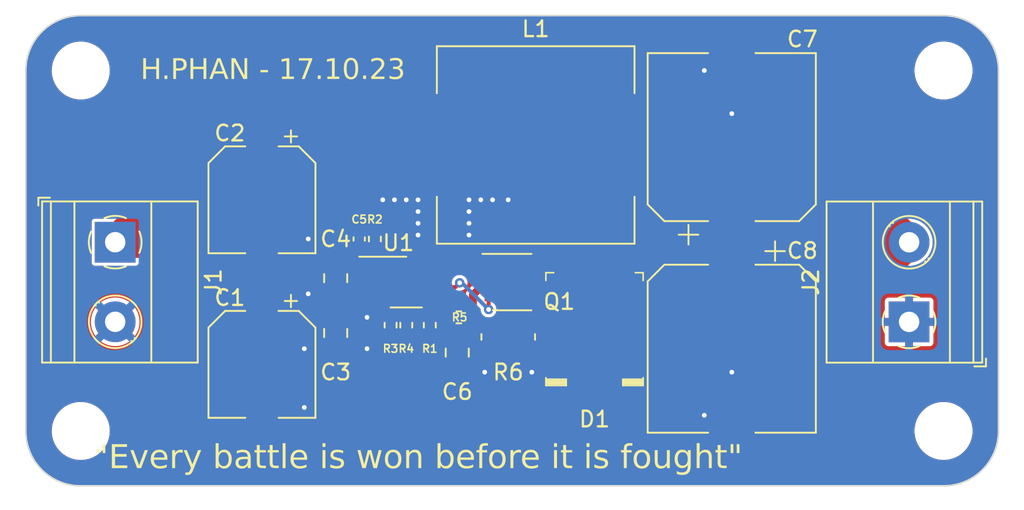
<source format=kicad_pcb>
(kicad_pcb (version 20221018) (generator pcbnew)
  (layers (0 "F.Cu" signal) (31 "B.Cu" signal) (34 "B.Paste" user) (35 "F.Paste" user) (36 "B.SilkS" user "B.Silkscreen") (37 "F.SilkS" user "F.Silkscreen") (38 "B.Mask" user) (39 "F.Mask" user) (44 "Edge.Cuts" user))
  (net 0 "")
  (net 1 "Net-(U1-COMP)")
  (net 2 "GND")
  (net 3 "Net-(C5-Pad2)")
  (net 4 "+15V")
  (net 5 "Net-(U1-I_{SEN})")
  (net 6 "Net-(Q1-D)")
  (net 7 "Net-(Q1-S-Pad1)")
  (net 8 "Net-(Q1-G)")
  (net 9 "Net-(U1-FA{slash}SD)")
  (net 10 "Net-(U1-FB)")
  (net 11 "Net-(J2-Pin_2)")
  (footprint "Resistor_SMD:R_0402_1005Metric" (layer "F.Cu") (at 144.75 152.75 -90)
    (fp_text reference "R1" (at 1.5 0 180) (layer "F.SilkS") (effects (font (size 0.5 0.5) (thickness 0.1) bold)))
    (fp_text value "26k7")
    (fp_line (start -0.153641 -0.38) (end 0.153641 -0.38) (stroke (width 0.12)) (layer "F.SilkS"))
    (fp_line (start -0.153641 0.38) (end 0.153641 0.38) (stroke (width 0.12)) (layer "F.SilkS"))
    (pad "1" smd roundrect (at -0.51 0 270) (size 0.54 0.64) (layers "F.Cu" "F.Paste" "F.Mask") (net 9 "Net-(U1-FA{slash}SD)"))
    (pad "2" smd roundrect (at 0.51 0 270) (size 0.54 0.64) (layers "F.Cu" "F.Paste" "F.Mask") (net 2 "GND"))
  )
  (footprint "Package_SO:VSSOP-8_3.0x3.0mm_P0.65mm" (layer "F.Cu") (at 143.25 150)
    (fp_text reference "U1" (at -0.5 -2.5) (layer "F.SilkS"))
    (fp_text value "LM3478MM")
    (fp_line (start 0 -1.62) (end -3 -1.62) (stroke (width 0.12)) (layer "F.SilkS"))
    (fp_line (start 1 1.62) (end -1 1.62) (stroke (width 0.12)) (layer "F.SilkS"))
    (pad "1" smd rect (at -2.2 -0.975 270) (size 0.45 1.45) (layers "F.Cu" "F.Paste" "F.Mask") (net 5 "Net-(U1-I_{SEN})"))
    (pad "2" smd rect (at -2.2 -0.325 270) (size 0.45 1.45) (layers "F.Cu" "F.Paste" "F.Mask") (net 1 "Net-(U1-COMP)"))
    (pad "3" smd rect (at -2.2 0.325 270) (size 0.45 1.45) (layers "F.Cu" "F.Paste" "F.Mask") (net 10 "Net-(U1-FB)"))
    (pad "4" smd rect (at -2.2 0.975 270) (size 0.45 1.45) (layers "F.Cu" "F.Paste" "F.Mask") (net 2 "GND"))
    (pad "5" smd rect (at 2.2 0.975 270) (size 0.45 1.45) (layers "F.Cu" "F.Paste" "F.Mask") (net 2 "GND"))
    (pad "6" smd rect (at 2.2 0.325 270) (size 0.45 1.45) (layers "F.Cu" "F.Paste" "F.Mask") (net 8 "Net-(Q1-G)"))
    (pad "7" smd rect (at 2.2 -0.325 270) (size 0.45 1.45) (layers "F.Cu" "F.Paste" "F.Mask") (net 9 "Net-(U1-FA{slash}SD)"))
    (pad "8" smd rect (at 2.2 -0.975 270) (size 0.45 1.45) (layers "F.Cu" "F.Paste" "F.Mask") (net 4 "+15V"))
  )
  (footprint "Capacitor_SMD:C_0805_2012Metric" (layer "F.Cu") (at 138.75 149.75 -90)
    (fp_text reference "C4" (at -2.5 0 -180) (layer "F.SilkS"))
    (fp_text value "470pF")
    (fp_line (start -0.261252 -0.735) (end 0.261252 -0.735) (stroke (width 0.12)) (layer "F.SilkS"))
    (fp_line (start -0.261252 0.735) (end 0.261252 0.735) (stroke (width 0.12)) (layer "F.SilkS"))
    (pad "1" smd roundrect (at -0.95 0 270) (size 1 1.45) (layers "F.Cu" "F.Paste" "F.Mask") (net 1 "Net-(U1-COMP)"))
    (pad "2" smd roundrect (at 0.95 0 270) (size 1 1.45) (layers "F.Cu" "F.Paste" "F.Mask") (net 2 "GND"))
  )
  (footprint "TerminalBlock_Phoenix:TerminalBlock_Phoenix_MKDS-1,5-2-5.08_1x02_P5.08mm_Horizontal" (layer "F.Cu") (at 124.695 147.455 -90)
    (fp_text reference "J1" (at 2.54 -6.26 -90) (layer "F.SilkS"))
    (fp_text value "IN")
    (fp_line (start -2.84 4.16) (end -2.84 4.9) (stroke (width 0.12)) (layer "F.SilkS"))
    (fp_line (start -2.84 4.9) (end -2.34 4.9) (stroke (width 0.12)) (layer "F.SilkS"))
    (fp_line (start -2.6 -5.261) (end -2.6 4.66) (stroke (width 0.12)) (layer "F.SilkS"))
    (fp_line (start -2.6 -5.261) (end 7.68 -5.261) (stroke (width 0.12)) (layer "F.SilkS"))
    (fp_line (start -2.6 -2.301) (end 7.68 -2.301) (stroke (width 0.12)) (layer "F.SilkS"))
    (fp_line (start -2.6 2.6) (end 7.68 2.6) (stroke (width 0.12)) (layer "F.SilkS"))
    (fp_line (start -2.6 4.1) (end 7.68 4.1) (stroke (width 0.12)) (layer "F.SilkS"))
    (fp_line (start -2.6 4.66) (end 7.68 4.66) (stroke (width 0.12)) (layer "F.SilkS"))
    (fp_line (start 3.853 1.023) (end 3.806 1.069) (stroke (width 0.12)) (layer "F.SilkS"))
    (fp_line (start 4.046 1.239) (end 4.011 1.274) (stroke (width 0.12)) (layer "F.SilkS"))
    (fp_line (start 6.15 -1.275) (end 6.115 -1.239) (stroke (width 0.12)) (layer "F.SilkS"))
    (fp_line (start 6.355 -1.069) (end 6.308 -1.023) (stroke (width 0.12)) (layer "F.SilkS"))
    (fp_line (start 7.68 -5.261) (end 7.68 4.66) (stroke (width 0.12)) (layer "F.SilkS"))
    (fp_arc (start -1.535427 0.683042) (mid -1.680501 -0.000524) (end -1.535 -0.684) (stroke (width 0.12)) (layer "F.SilkS"))
    (fp_arc (start -0.683042 -1.535427) (mid 0.000524 -1.680501) (end 0.684 -1.535) (stroke (width 0.12)) (layer "F.SilkS"))
    (fp_arc (start 0.028805 1.680253) (mid -0.335551 1.646659) (end -0.684 1.535) (stroke (width 0.12)) (layer "F.SilkS"))
    (fp_arc (start 0.683318 1.534756) (mid 0.349292 1.643288) (end 0 1.68) (stroke (width 0.12)) (layer "F.SilkS"))
    (fp_arc (start 1.535427 -0.683042) (mid 1.680501 0.000524) (end 1.535 0.684) (stroke (width 0.12)) (layer "F.SilkS"))
    (fp_circle (center 5.08 0) (end 6.76 0) (stroke (width 0.12)) (fill none) (layer "F.SilkS"))
    (pad "1" thru_hole rect (at 0 0 270) (size 2.6 2.6) (drill 1.3) (layers "*.Cu" "*.Mask") (net 4 "+15V"))
    (pad "2" thru_hole circle (at 5.08 0 270) (size 2.6 2.6) (drill 1.3) (layers "*.Cu" "*.Mask") (net 2 "GND"))
  )
  (footprint "MountingHole:MountingHole_3.2mm_M3" (layer "F.Cu") (at 122.5 136.5)
    (fp_text reference "H1" hide)
    (fp_text value "MountingHole")
    (pad "" np_thru_hole circle (at 0 0) (size 3.2 3.2) (drill 3.2) (layers "*.Cu" "*.Mask"))
  )
  (footprint "Inductor_SMD:L_12x12mm_H8mm" (layer "F.Cu") (at 151.5 141.25)
    (fp_text reference "L1" (at 0 -7.4) (layer "F.SilkS"))
    (fp_text value "10uH")
    (fp_line (start -6.3 -6.3) (end 6.3 -6.3) (stroke (width 0.12)) (layer "F.SilkS"))
    (fp_line (start -6.3 -3.3) (end -6.3 -6.3) (stroke (width 0.12)) (layer "F.SilkS"))
    (fp_line (start -6.3 6.3) (end -6.3 3.3) (stroke (width 0.12)) (layer "F.SilkS"))
    (fp_line (start 6.3 -6.3) (end 6.3 -3.3) (stroke (width 0.12)) (layer "F.SilkS"))
    (fp_line (start 6.3 3.3) (end 6.3 6.3) (stroke (width 0.12)) (layer "F.SilkS"))
    (fp_line (start 6.3 6.3) (end -6.3 6.3) (stroke (width 0.12)) (layer "F.SilkS"))
    (pad "1" smd rect (at -4.95 0) (size 2.9 5.4) (layers "F.Cu" "F.Paste" "F.Mask") (net 4 "+15V"))
    (pad "2" smd rect (at 4.95 0) (size 2.9 5.4) (layers "F.Cu" "F.Paste" "F.Mask") (net 6 "Net-(Q1-D)"))
  )
  (footprint "Resistor_SMD:R_0402_1005Metric" (layer "F.Cu") (at 141.25 147.25 90)
    (fp_text reference "R2" (at 1.25 0) (layer "F.SilkS") (effects (font (size 0.5 0.5) (thickness 0.1) bold)))
    (fp_text value "8k87")
    (fp_line (start -0.153641 -0.38) (end 0.153641 -0.38) (stroke (width 0.12)) (layer "F.SilkS"))
    (fp_line (start -0.153641 0.38) (end 0.153641 0.38) (stroke (width 0.12)) (layer "F.SilkS"))
    (pad "1" smd roundrect (at -0.51 0 90) (size 0.54 0.64) (layers "F.Cu" "F.Paste" "F.Mask") (net 3 "Net-(C5-Pad2)"))
    (pad "2" smd roundrect (at 0.51 0 90) (size 0.54 0.64) (layers "F.Cu" "F.Paste" "F.Mask") (net 2 "GND"))
  )
  (footprint "Capacitor_SMD:CP_Elec_6.3x7.7" (layer "F.Cu") (at 134.05 155.25 -90)
    (fp_text reference "C1" (at -4.25 2.05 -180) (layer "F.SilkS"))
    (fp_text value "68uF")
    (fp_line (start -4.4375 -1.8475) (end -3.65 -1.8475) (stroke (width 0.12)) (layer "F.SilkS"))
    (fp_line (start -4.04375 -2.24125) (end -4.04375 -1.45375) (stroke (width 0.12)) (layer "F.SilkS"))
    (fp_line (start -3.41 -2.345563) (end -3.41 -1.06) (stroke (width 0.12)) (layer "F.SilkS"))
    (fp_line (start -3.41 -2.345563) (end -2.345563 -3.41) (stroke (width 0.12)) (layer "F.SilkS"))
    (fp_line (start -3.41 2.345563) (end -3.41 1.06) (stroke (width 0.12)) (layer "F.SilkS"))
    (fp_line (start -3.41 2.345563) (end -2.345563 3.41) (stroke (width 0.12)) (layer "F.SilkS"))
    (fp_line (start -2.345563 -3.41) (end 3.41 -3.41) (stroke (width 0.12)) (layer "F.SilkS"))
    (fp_line (start -2.345563 3.41) (end 3.41 3.41) (stroke (width 0.12)) (layer "F.SilkS"))
    (fp_line (start 3.41 -3.41) (end 3.41 -1.06) (stroke (width 0.12)) (layer "F.SilkS"))
    (fp_line (start 3.41 3.41) (end 3.41 1.06) (stroke (width 0.12)) (layer "F.SilkS"))
    (pad "1" smd roundrect (at -2.7 0 270) (size 3.5 1.6) (layers "F.Cu" "F.Paste" "F.Mask") (roundrect_rratio 0.15625) (net 4 "+15V"))
    (pad "2" smd roundrect (at 2.7 0 270) (size 3.5 1.6) (layers "F.Cu" "F.Paste" "F.Mask") (roundrect_rratio 0.15625) (net 2 "GND"))
  )
  (footprint "MountingHole:MountingHole_3.2mm_M3" (layer "F.Cu") (at 177.5 159.5)
    (fp_text reference "H4" hide)
    (fp_text value "MountingHole")
    (pad "" np_thru_hole circle (at 0 0) (size 3.2 3.2) (drill 3.2) (layers "*.Cu" "*.Mask"))
  )
  (footprint "TerminalBlock_Phoenix:TerminalBlock_Phoenix_MKDS-1,5-2-5.08_1x02_P5.08mm_Horizontal" (layer "F.Cu") (at 175.305 152.54 90)
    (fp_text reference "J2" (at 2.54 -6.26 90) (layer "F.SilkS"))
    (fp_text value "OUT")
    (fp_line (start -2.84 4.16) (end -2.84 4.9) (stroke (width 0.12)) (layer "F.SilkS"))
    (fp_line (start -2.84 4.9) (end -2.34 4.9) (stroke (width 0.12)) (layer "F.SilkS"))
    (fp_line (start -2.6 -5.261) (end -2.6 4.66) (stroke (width 0.12)) (layer "F.SilkS"))
    (fp_line (start -2.6 -5.261) (end 7.68 -5.261) (stroke (width 0.12)) (layer "F.SilkS"))
    (fp_line (start -2.6 -2.301) (end 7.68 -2.301) (stroke (width 0.12)) (layer "F.SilkS"))
    (fp_line (start -2.6 2.6) (end 7.68 2.6) (stroke (width 0.12)) (layer "F.SilkS"))
    (fp_line (start -2.6 4.1) (end 7.68 4.1) (stroke (width 0.12)) (layer "F.SilkS"))
    (fp_line (start -2.6 4.66) (end 7.68 4.66) (stroke (width 0.12)) (layer "F.SilkS"))
    (fp_line (start 3.853 1.023) (end 3.806 1.069) (stroke (width 0.12)) (layer "F.SilkS"))
    (fp_line (start 4.046 1.239) (end 4.011 1.274) (stroke (width 0.12)) (layer "F.SilkS"))
    (fp_line (start 6.15 -1.275) (end 6.115 -1.239) (stroke (width 0.12)) (layer "F.SilkS"))
    (fp_line (start 6.355 -1.069) (end 6.308 -1.023) (stroke (width 0.12)) (layer "F.SilkS"))
    (fp_line (start 7.68 -5.261) (end 7.68 4.66) (stroke (width 0.12)) (layer "F.SilkS"))
    (fp_arc (start -1.535427 0.683042) (mid -1.680501 -0.000524) (end -1.535 -0.684) (stroke (width 0.12)) (layer "F.SilkS"))
    (fp_arc (start -0.683042 -1.535427) (mid 0.000524 -1.680501) (end 0.684 -1.535) (stroke (width 0.12)) (layer "F.SilkS"))
    (fp_arc (start 0.028805 1.680253) (mid -0.335551 1.646659) (end -0.684 1.535) (stroke (width 0.12)) (layer "F.SilkS"))
    (fp_arc (start 0.683318 1.534756) (mid 0.349292 1.643288) (end 0 1.68) (stroke (width 0.12)) (layer "F.SilkS"))
    (fp_arc (start 1.535427 -0.683042) (mid 1.680501 0.000524) (end 1.535 0.684) (stroke (width 0.12)) (layer "F.SilkS"))
    (fp_circle (center 5.08 0) (end 6.76 0) (stroke (width 0.12)) (fill none) (layer "F.SilkS"))
    (pad "1" thru_hole rect (at 0 0 90) (size 2.6 2.6) (drill 1.3) (layers "*.Cu" "*.Mask") (net 2 "GND"))
    (pad "2" thru_hole circle (at 5.08 0 90) (size 2.6 2.6) (drill 1.3) (layers "*.Cu" "*.Mask") (net 11 "Net-(J2-Pin_2)"))
  )
  (footprint "Resistor_SMD:R_0402_1005Metric" (layer "F.Cu") (at 142.25 152.75 -90)
    (fp_text reference "R3" (at 1.5 0 -180) (layer "F.SilkS") (effects (font (size 0.5 0.5) (thickness 0.1) bold)))
    (fp_text value "1000R")
    (fp_line (start -0.153641 -0.38) (end 0.153641 -0.38) (stroke (width 0.12)) (layer "F.SilkS"))
    (fp_line (start -0.153641 0.38) (end 0.153641 0.38) (stroke (width 0.12)) (layer "F.SilkS"))
    (pad "1" smd roundrect (at -0.51 0 270) (size 0.54 0.64) (layers "F.Cu" "F.Paste" "F.Mask") (net 10 "Net-(U1-FB)"))
    (pad "2" smd roundrect (at 0.51 0 270) (size 0.54 0.64) (layers "F.Cu" "F.Paste" "F.Mask") (net 2 "GND"))
  )
  (footprint "Package_SON:VSON-8_3.3x3.3mm_P0.65mm_NexFET" (layer "F.Cu") (at 150 150)
    (fp_text reference "Q1" (at 3 1.25) (layer "F.SilkS"))
    (fp_text value "CSD18543Q3A")
    (fp_line (start -1.9 -1.8) (end 1.23 -1.8) (stroke (width 0.12)) (layer "F.SilkS"))
    (fp_line (start -1.23 1.8) (end 1.23 1.8) (stroke (width 0.12)) (layer "F.SilkS"))
    (pad "1" smd rect (at -1.44 -0.97) (size 0.63 0.5) (layers "F.Cu" "F.Paste" "F.Mask") (net 7 "Net-(Q1-S-Pad1)"))
    (pad "2" smd rect (at -1.44 -0.33) (size 0.63 0.5) (layers "F.Cu" "F.Paste" "F.Mask") (net 7 "Net-(Q1-S-Pad1)"))
    (pad "3" smd rect (at -1.44 0.33) (size 0.63 0.5) (layers "F.Cu" "F.Paste" "F.Mask") (net 7 "Net-(Q1-S-Pad1)"))
    (pad "4" smd rect (at -1.44 0.97) (size 0.63 0.5) (layers "F.Cu" "F.Paste" "F.Mask") (net 8 "Net-(Q1-G)"))
    (pad "5" smd custom (at 0.385 0) (size 1.9 2.45) (layers "F.Cu" "F.Mask") (net 6 "Net-(Q1-D)") (options (clearance outline) (anchor rect)) (primitives (gr_poly (pts (xy 1.371 -0.72) (xy 0.95 -0.72) (xy 0.95 -0.58) (xy 1.37 -0.58) (xy 1.37 -0.08) (xy 0.95 -0.08) (xy 0.95 0.08) (xy 1.37 0.08) (xy 1.37 0.58) (xy 0.95 0.58) (xy 0.95 0.72) (xy 1.37 0.72) (xy 1.37 1.225) (xy -0.95 1.225) (xy -0.95 -1.225) (xy 1.371 -1.225)) (width 0) (fill yes))))
  )
  (footprint "MountingHole:MountingHole_3.2mm_M3" (layer "F.Cu") (at 122.5 159.5)
    (fp_text reference "H3" hide)
    (fp_text value "MountingHole")
    (pad "" np_thru_hole circle (at 0 0) (size 3.2 3.2) (drill 3.2) (layers "*.Cu" "*.Mask"))
  )
  (footprint "Resistor_SMD:R_0612_1632Metric" (layer "F.Cu") (at 149.75 153.5 90)
    (fp_text reference "R6" (at -2.25 0 180) (layer "F.SilkS"))
    (fp_text value "8mR")
    (fp_line (start -0.182983 -1.71) (end 0.182983 -1.71) (stroke (width 0.12)) (layer "F.SilkS"))
    (fp_line (start -0.182983 1.71) (end 0.182983 1.71) (stroke (width 0.12)) (layer "F.SilkS"))
    (pad "1" smd roundrect (at -0.75 0 90) (size 1 3.4) (layers "F.Cu" "F.Paste" "F.Mask") (net 2 "GND"))
    (pad "2" smd roundrect (at 0.75 0 90) (size 1 3.4) (layers "F.Cu" "F.Paste" "F.Mask") (net 7 "Net-(Q1-S-Pad1)"))
  )
  (footprint "MountingHole:MountingHole_3.2mm_M3" (layer "F.Cu") (at 177.5 136.5)
    (fp_text reference "H2" hide)
    (fp_text value "MountingHole")
    (pad "" np_thru_hole circle (at 0 0) (size 3.2 3.2) (drill 3.2) (layers "*.Cu" "*.Mask"))
  )
  (footprint "Resistor_SMD:R_0402_1005Metric" (layer "F.Cu") (at 146.6 152.25)
    (fp_text reference "R5" (at 0.05 0) (layer "F.SilkS") (effects (font (size 0.5 0.5) (thickness 0.1) bold)))
    (fp_text value "100R")
    (fp_line (start -0.153641 -0.38) (end 0.153641 -0.38) (stroke (width 0.12)) (layer "F.SilkS"))
    (fp_line (start -0.153641 0.38) (end 0.153641 0.38) (stroke (width 0.12)) (layer "F.SilkS"))
    (pad "1" smd roundrect (at -0.51 0) (size 0.54 0.64) (layers "F.Cu" "F.Paste" "F.Mask") (net 5 "Net-(U1-I_{SEN})"))
    (pad "2" smd roundrect (at 0.51 0) (size 0.54 0.64) (layers "F.Cu" "F.Paste" "F.Mask") (net 7 "Net-(Q1-S-Pad1)"))
  )
  (footprint "Resistor_SMD:R_0402_1005Metric" (layer "F.Cu") (at 143.25 152.75 -90)
    (fp_text reference "R4" (at 1.5 0 -180) (layer "F.SilkS") (effects (font (size 0.5 0.5) (thickness 0.1) bold)))
    (fp_text value "26k7")
    (fp_line (start -0.153641 -0.38) (end 0.153641 -0.38) (stroke (width 0.12)) (layer "F.SilkS"))
    (fp_line (start -0.153641 0.38) (end 0.153641 0.38) (stroke (width 0.12)) (layer "F.SilkS"))
    (pad "1" smd roundrect (at -0.51 0 270) (size 0.54 0.64) (layers "F.Cu" "F.Paste" "F.Mask") (net 10 "Net-(U1-FB)"))
    (pad "2" smd roundrect (at 0.51 0 270) (size 0.54 0.64) (layers "F.Cu" "F.Paste" "F.Mask") (net 11 "Net-(J2-Pin_2)"))
  )
  (footprint "Capacitor_SMD:CP_Elec_10x10.5" (layer "F.Cu") (at 164 140.75 90)
    (fp_text reference "C7" (at 6.25 4.5 180) (layer "F.SilkS"))
    (fp_text value "100uF")
    (fp_line (start -6.85 -2.76) (end -5.6 -2.76) (stroke (width 0.12)) (layer "F.SilkS"))
    (fp_line (start -6.225 -3.385) (end -6.225 -2.135) (stroke (width 0.12)) (layer "F.SilkS"))
    (fp_line (start -5.36 -4.295563) (end -5.36 -1.51) (stroke (width 0.12)) (layer "F.SilkS"))
    (fp_line (start -5.36 -4.295563) (end -4.295563 -5.36) (stroke (width 0.12)) (layer "F.SilkS"))
    (fp_line (start -5.36 4.295563) (end -5.36 1.51) (stroke (width 0.12)) (layer "F.SilkS"))
    (fp_line (start -5.36 4.295563) (end -4.295563 5.36) (stroke (width 0.12)) (layer "F.SilkS"))
    (fp_line (start -4.295563 -5.36) (end 5.36 -5.36) (stroke (width 0.12)) (layer "F.SilkS"))
    (fp_line (start -4.295563 5.36) (end 5.36 5.36) (stroke (width 0.12)) (layer "F.SilkS"))
    (fp_line (start 5.36 -5.36) (end 5.36 -1.51) (stroke (width 0.12)) (layer "F.SilkS"))
    (fp_line (start 5.36 5.36) (end 5.36 1.51) (stroke (width 0.12)) (layer "F.SilkS"))
    (pad "1" smd roundrect (at -4.2 0 90) (size 4.4 2.5) (layers "F.Cu" "F.Paste" "F.Mask") (roundrect_rratio 0.1) (net 11 "Net-(J2-Pin_2)"))
    (pad "2" smd roundrect (at 4.2 0 90) (size 4.4 2.5) (layers "F.Cu" "F.Paste" "F.Mask") (roundrect_rratio 0.1) (net 2 "GND"))
  )
  (footprint "digikey-footprints:DO-214AB" (layer "F.Cu") (at 155.25 153 90)
    (fp_text reference "D1" (at -5.75 0 180) (layer "F.SilkS"))
    (fp_text value "B560C-13-F")
    (fp_line (start -3.6 -3.1) (end -3.6 -1.8) (stroke (width 0.1)) (layer "F.SilkS"))
    (fp_line (start -3.6 -3.1) (end -3.1 -3.1) (stroke (width 0.1)) (layer "F.SilkS"))
    (fp_line (start -3.6 -1.8) (end -3.2 -1.8) (stroke (width 0.1)) (layer "F.SilkS"))
    (fp_line (start -3.6 1.8) (end -3.2 1.8) (stroke (width 0.1)) (layer "F.SilkS"))
    (fp_line (start -3.6 3.1) (end -3.6 1.8) (stroke (width 0.1)) (layer "F.SilkS"))
    (fp_line (start -3.6 3.1) (end -3.1 3.1) (stroke (width 0.1)) (layer "F.SilkS"))
    (fp_line (start -3.5 -3.1) (end -3.5 -1.8) (stroke (width 0.1)) (layer "F.SilkS"))
    (fp_line (start -3.5 3.1) (end -3.5 1.8) (stroke (width 0.1)) (layer "F.SilkS"))
    (fp_line (start -3.4 -3.1) (end -3.4 -1.8) (stroke (width 0.1)) (layer "F.SilkS"))
    (fp_line (start -3.4 3.1) (end -3.4 1.8) (stroke (width 0.1)) (layer "F.SilkS"))
    (fp_line (start -3.3 -3.1) (end -3.3 -1.8) (stroke (width 0.1)) (layer "F.SilkS"))
    (fp_line (start -3.3 3.1) (end -3.3 1.8) (stroke (width 0.1)) (layer "F.SilkS"))
    (fp_line (start -3.2 -3.1) (end -3.2 -1.8) (stroke (width 0.1)) (layer "F.SilkS"))
    (fp_line (start -3.2 3.1) (end -3.2 1.8) (stroke (width 0.1)) (layer "F.SilkS"))
    (fp_line (start 3.6 -3.1) (end 3.1 -3.1) (stroke (width 0.1)) (layer "F.SilkS"))
    (fp_line (start 3.6 -3.1) (end 3.6 -2.6) (stroke (width 0.1)) (layer "F.SilkS"))
    (fp_line (start 3.6 3.1) (end 3.1 3.1) (stroke (width 0.1)) (layer "F.SilkS"))
    (fp_line (start 3.6 3.1) (end 3.6 2.6) (stroke (width 0.1)) (layer "F.SilkS"))
    (pad "A" smd rect (at 3.45 0.01 90) (size 2.5 3.3) (layers "F.Cu" "F.Paste" "F.Mask") (net 6 "Net-(Q1-D)"))
    (pad "K" smd rect (at -3.45 0 90) (size 2.5 3.3) (layers "F.Cu" "F.Paste" "F.Mask") (net 11 "Net-(J2-Pin_2)"))
  )
  (footprint "Capacitor_SMD:C_0805_2012Metric" (layer "F.Cu") (at 138.75 153.25 -90)
    (fp_text reference "C3" (at 2.5 0 -180) (layer "F.SilkS"))
    (fp_text value "100nF")
    (fp_line (start -0.261252 -0.735) (end 0.261252 -0.735) (stroke (width 0.12)) (layer "F.SilkS"))
    (fp_line (start -0.261252 0.735) (end 0.261252 0.735) (stroke (width 0.12)) (layer "F.SilkS"))
    (pad "1" smd roundrect (at -0.95 0 270) (size 1 1.45) (layers "F.Cu" "F.Paste" "F.Mask") (net 4 "+15V"))
    (pad "2" smd roundrect (at 0.95 0 270) (size 1 1.45) (layers "F.Cu" "F.Paste" "F.Mask") (net 2 "GND"))
  )
  (footprint "Capacitor_SMD:C_0805_2012Metric" (layer "F.Cu") (at 146.5 154.5 -90)
    (fp_text reference "C6" (at 2.5 0 -180) (layer "F.SilkS"))
    (fp_text value "10pF")
    (fp_line (start -0.261252 -0.735) (end 0.261252 -0.735) (stroke (width 0.12)) (layer "F.SilkS"))
    (fp_line (start -0.261252 0.735) (end 0.261252 0.735) (stroke (width 0.12)) (layer "F.SilkS"))
    (pad "1" smd roundrect (at -0.95 0 270) (size 1 1.45) (layers "F.Cu" "F.Paste" "F.Mask") (net 5 "Net-(U1-I_{SEN})"))
    (pad "2" smd roundrect (at 0.95 0 270) (size 1 1.45) (layers "F.Cu" "F.Paste" "F.Mask") (net 2 "GND"))
  )
  (footprint "Capacitor_SMD:C_0402_1005Metric" (layer "F.Cu") (at 140.25 147.25 -90)
    (fp_text reference "C5" (at -1.25 0) (layer "F.SilkS") (effects (font (size 0.5 0.5) (thickness 0.1) bold)))
    (fp_text value "10nF")
    (fp_line (start -0.107836 -0.36) (end 0.107836 -0.36) (stroke (width 0.12)) (layer "F.SilkS"))
    (fp_line (start -0.107836 0.36) (end 0.107836 0.36) (stroke (width 0.12)) (layer "F.SilkS"))
    (pad "1" smd roundrect (at -0.48 0 270) (size 0.56 0.62) (layers "F.Cu" "F.Paste" "F.Mask") (net 1 "Net-(U1-COMP)"))
    (pad "2" smd roundrect (at 0.48 0 270) (size 0.56 0.62) (layers "F.Cu" "F.Paste" "F.Mask") (net 3 "Net-(C5-Pad2)"))
  )
  (footprint "Capacitor_SMD:CP_Elec_6.3x7.7" (layer "F.Cu") (at 134.05 144.75 -90)
    (fp_text reference "C2" (at -4.25 2.05 -180) (layer "F.SilkS"))
    (fp_text value "68uF")
    (fp_line (start -4.4375 -1.8475) (end -3.65 -1.8475) (stroke (width 0.12)) (layer "F.SilkS"))
    (fp_line (start -4.04375 -2.24125) (end -4.04375 -1.45375) (stroke (width 0.12)) (layer "F.SilkS"))
    (fp_line (start -3.41 -2.345563) (end -3.41 -1.06) (stroke (width 0.12)) (layer "F.SilkS"))
    (fp_line (start -3.41 -2.345563) (end -2.345563 -3.41) (stroke (width 0.12)) (layer "F.SilkS"))
    (fp_line (start -3.41 2.345563) (end -3.41 1.06) (stroke (width 0.12)) (layer "F.SilkS"))
    (fp_line (start -3.41 2.345563) (end -2.345563 3.41) (stroke (width 0.12)) (layer "F.SilkS"))
    (fp_line (start -2.345563 -3.41) (end 3.41 -3.41) (stroke (width 0.12)) (layer "F.SilkS"))
    (fp_line (start -2.345563 3.41) (end 3.41 3.41) (stroke (width 0.12)) (layer "F.SilkS"))
    (fp_line (start 3.41 -3.41) (end 3.41 -1.06) (stroke (width 0.12)) (layer "F.SilkS"))
    (fp_line (start 3.41 3.41) (end 3.41 1.06) (stroke (width 0.12)) (layer "F.SilkS"))
    (pad "1" smd roundrect (at -2.7 0 270) (size 3.5 1.6) (layers "F.Cu" "F.Paste" "F.Mask") (roundrect_rratio 0.15625) (net 4 "+15V"))
    (pad "2" smd roundrect (at 2.7 0 270) (size 3.5 1.6) (layers "F.Cu" "F.Paste" "F.Mask") (roundrect_rratio 0.15625) (net 2 "GND"))
  )
  (footprint "Capacitor_SMD:CP_Elec_10x10.5" (layer "F.Cu") (at 164 154.25 -90)
    (fp_text reference "C8" (at -6.25 -4.5 -180) (layer "F.SilkS"))
    (fp_text value "100uF")
    (fp_line (start -6.85 -2.76) (end -5.6 -2.76) (stroke (width 0.12)) (layer "F.SilkS"))
    (fp_line (start -6.225 -3.385) (end -6.225 -2.135) (stroke (width 0.12)) (layer "F.SilkS"))
    (fp_line (start -5.36 -4.295563) (end -5.36 -1.51) (stroke (width 0.12)) (layer "F.SilkS"))
    (fp_line (start -5.36 -4.295563) (end -4.295563 -5.36) (stroke (width 0.12)) (layer "F.SilkS"))
    (fp_line (start -5.36 4.295563) (end -5.36 1.51) (stroke (width 0.12)) (layer "F.SilkS"))
    (fp_line (start -5.36 4.295563) (end -4.295563 5.36) (stroke (width 0.12)) (layer "F.SilkS"))
    (fp_line (start -4.295563 -5.36) (end 5.36 -5.36) (stroke (width 0.12)) (layer "F.SilkS"))
    (fp_line (start -4.295563 5.36) (end 5.36 5.36) (stroke (width 0.12)) (layer "F.SilkS"))
    (fp_line (start 5.36 -5.36) (end 5.36 -1.51) (stroke (width 0.12)) (layer "F.SilkS"))
    (fp_line (start 5.36 5.36) (end 5.36 1.51) (stroke (width 0.12)) (layer "F.SilkS"))
    (pad "1" smd roundrect (at -4.2 0 270) (size 4.4 2.5) (layers "F.Cu" "F.Paste" "F.Mask") (roundrect_rratio 0.1) (net 11 "Net-(J2-Pin_2)"))
    (pad "2" smd roundrect (at 4.2 0 270) (size 4.4 2.5) (layers "F.Cu" "F.Paste" "F.Mask") (roundrect_rratio 0.1) (net 2 "GND"))
  )
  (gr_line (start 122.5 133) (end 177.5 133) (stroke (width 0.1)) (layer "Edge.Cuts"))
  (gr_line (start 177.5 163) (end 122.5 163) (stroke (width 0.1)) (layer "Edge.Cuts"))
  (gr_arc (start 122.5 163) (mid 120.025126 161.974874) (end 119 159.5) (stroke (width 0.1)) (layer "Edge.Cuts"))
  (gr_line (start 119 159.5) (end 119 136.5) (stroke (width 0.1)) (layer "Edge.Cuts"))
  (gr_arc (start 177.5 133) (mid 179.974874 134.025126) (end 181 136.5) (stroke (width 0.1)) (layer "Edge.Cuts"))
  (gr_arc (start 119 136.5) (mid 120.025126 134.025126) (end 122.5 133) (stroke (width 0.1)) (layer "Edge.Cuts"))
  (gr_line (start 181 136.5) (end 181 159.5) (stroke (width 0.1)) (layer "Edge.Cuts"))
  (gr_arc (start 181 159.5) (mid 179.974874 161.974874) (end 177.5 163) (stroke (width 0.1)) (layer "Edge.Cuts"))
  (gr_text "{dblquote}Every battle is won before it is fought{dblquote}" (at 144 161.25) (layer "F.SilkS") (effects (font (size 1.5 1.5))))
  (gr_text "H.PHAN - 17.10.23" (at 134.75 136.5) (layer "F.SilkS") (effects (font (size 1.3 1.3))))
  (segment (start 139.94 146.77) (end 138.75 147.96) (width 0.25) (layer "F.Cu") (net 1))
  (segment (start 138.75 148.8) (end 139.625 149.675) (width 0.25) (layer "F.Cu") (net 1))
  (segment (start 140.25 146.77) (end 139.94 146.77) (width 0.25) (layer "F.Cu") (net 1))
  (segment (start 139.625 149.675) (end 141.05 149.675) (width 0.25) (layer "F.Cu") (net 1))
  (segment (start 138.75 147.96) (end 138.75 148.8) (width 0.25) (layer "F.Cu") (net 1))
  (segment (start 144.75 153.26) (end 145.45 152.56) (width 0.25) (layer "F.Cu") (net 2))
  (segment (start 145.45 152.56) (end 145.45 150.975) (width 0.25) (layer "F.Cu") (net 2))
  (segment (start 139.025 150.975) (end 138.75 150.7) (width 0.25) (layer "F.Cu") (net 2))
  (segment (start 141.05 150.975) (end 139.025 150.975) (width 0.25) (layer "F.Cu") (net 2))
  (via (at 137 150.75) (size 0.6) (drill 0.3) (layers "F.Cu" "B.Cu") (net 2))
  (via (at 136.75 158) (size 0.6) (drill 0.3) (layers "F.Cu" "B.Cu") (net 2))
  (via (at 144 146.25) (size 0.6) (drill 0.3) (layers "F.Cu" "B.Cu") (net 2))
  (via (at 148.75 144.75) (size 0.6) (drill 0.3) (layers "F.Cu" "B.Cu") (net 2))
  (via (at 148.25 155.75) (size 0.6) (drill 0.3) (layers "F.Cu" "B.Cu") (net 2))
  (via (at 140.75 152.25) (size 0.6) (drill 0.3) (layers "F.Cu" "B.Cu") (net 2))
  (via (at 162.25 136.5) (size 0.6) (drill 0.3) (layers "F.Cu" "B.Cu") (net 2))
  (via (at 147.25 145.5) (size 0.6) (drill 0.3) (layers "F.Cu" "B.Cu") (net 2))
  (via (at 144 144.75) (size 0.6) (drill 0.3) (layers "F.Cu" "B.Cu") (net 2))
  (via (at 147.25 146.25) (size 0.6) (drill 0.3) (layers "F.Cu" "B.Cu") (net 2))
  (via (at 148 144.75) (size 0.6) (drill 0.3) (layers "F.Cu" "B.Cu") (net 2))
  (via (at 147.25 144.75) (size 0.6) (drill 0.3) (layers "F.Cu" "B.Cu") (net 2))
  (via (at 137 147.25) (size 0.6) (drill 0.3) (layers "F.Cu" "B.Cu") (net 2))
  (via (at 141.75 144.75) (size 0.6) (drill 0.3) (layers "F.Cu" "B.Cu") (net 2))
  (via (at 147.25 147) (size 0.6) (drill 0.3) (layers "F.Cu" "B.Cu") (net 2))
  (via (at 144 145.5) (size 0.6) (drill 0.3) (layers "F.Cu" "B.Cu") (net 2))
  (via (at 136.75 154.25) (size 0.6) (drill 0.3) (layers "F.Cu" "B.Cu") (net 2))
  (via (at 164 155.75) (size 0.6) (drill 0.3) (layers "F.Cu" "B.Cu") (net 2))
  (via (at 140.75 154.25) (size 0.6) (drill 0.3) (layers "F.Cu" "B.Cu") (net 2))
  (via (at 143.25 144.75) (size 0.6) (drill 0.3) (layers "F.Cu" "B.Cu") (net 2))
  (via (at 164 139.25) (size 0.6) (drill 0.3) (layers "F.Cu" "B.Cu") (net 2))
  (via (at 162.25 158.5) (size 0.6) (drill 0.3) (layers "F.Cu" "B.Cu") (net 2))
  (via (at 151.25 155.75) (size 0.6) (drill 0.3) (layers "F.Cu" "B.Cu") (net 2))
  (via (at 142.5 144.75) (size 0.6) (drill 0.3) (layers "F.Cu" "B.Cu") (net 2))
  (via (at 149.75 144.75) (size 0.6) (drill 0.3) (layers "F.Cu" "B.Cu") (net 2))
  (via (at 144 147) (size 0.6) (drill 0.3) (layers "F.Cu" "B.Cu") (net 2))
  (segment (start 141.25 147.76) (end 140.28 147.76) (width 0.25) (layer "F.Cu") (net 3))
  (segment (start 134.05 142.05) (end 145.75 142.05) (width 2) (layer "F.Cu") (net 4))
  (segment (start 130.1 142.05) (end 124.695 147.455) (width 2) (layer "F.Cu") (net 4))
  (segment (start 145.975 149.025) (end 146.55 148.45) (width 0.25) (layer "F.Cu") (net 4))
  (segment (start 144.75 144.25) (end 146.55 142.45) (width 0.25) (layer "F.Cu") (net 4))
  (segment (start 145.75 142.05) (end 146.55 141.25) (width 2) (layer "F.Cu") (net 4))
  (segment (start 145.75 148.725) (end 145.75 142.05) (width 0.25) (layer "F.Cu") (net 4))
  (segment (start 128.955 147.455) (end 124.695 147.455) (width 2) (layer "F.Cu") (net 4))
  (segment (start 138.75 152.3) (end 134.3 152.3) (width 1) (layer "F.Cu") (net 4))
  (segment (start 144.75 148.7875) (end 144.75 144.25) (width 0.25) (layer "F.Cu") (net 4))
  (segment (start 144.9875 149.025) (end 144.75 148.7875) (width 0.25) (layer "F.Cu") (net 4))
  (segment (start 134.05 152.55) (end 128.955 147.455) (width 2) (layer "F.Cu") (net 4))
  (segment (start 146.55 148.45) (end 146.55 141.25) (width 0.25) (layer "F.Cu") (net 4))
  (segment (start 145.45 149.025) (end 145.75 148.725) (width 0.25) (layer "F.Cu") (net 4))
  (segment (start 134.05 142.05) (end 130.1 142.05) (width 2) (layer "F.Cu") (net 4))
  (segment (start 143.895 153.395) (end 143.895 151.11038) (width 0.25) (layer "F.Cu") (net 5))
  (segment (start 144.545852 154.045852) (end 143.895 153.395) (width 0.25) (layer "F.Cu") (net 5))
  (segment (start 146.09 153.14) (end 146.5 153.55) (width 0.25) (layer "F.Cu") (net 5))
  (segment (start 141.80962 149.025) (end 141.05 149.025) (width 0.25) (layer "F.Cu") (net 5))
  (segment (start 143.895 151.11038) (end 141.80962 149.025) (width 0.25) (layer "F.Cu") (net 5))
  (segment (start 146.5 153.55) (end 146.004148 154.045852) (width 0.25) (layer "F.Cu") (net 5))
  (segment (start 146.09 152.25) (end 146.09 153.14) (width 0.25) (layer "F.Cu") (net 5))
  (segment (start 146.004148 154.045852) (end 144.545852 154.045852) (width 0.25) (layer "F.Cu") (net 5))
  (segment (start 156.45 141.25) (end 156.45 148.36) (width 2) (layer "F.Cu") (net 6))
  (segment (start 150.835 149.55) (end 150.385 150) (width 2) (layer "F.Cu") (net 6))
  (segment (start 155.26 149.55) (end 150.835 149.55) (width 2) (layer "F.Cu") (net 6))
  (segment (start 156.45 148.36) (end 155.26 149.55) (width 2) (layer "F.Cu") (net 6))
  (segment (start 148.56 149.03) (end 148.56 149.67) (width 0.5) (layer "F.Cu") (net 7))
  (segment (start 148.05 150.27) (end 147.5 150.82) (width 0.5) (layer "F.Cu") (net 7))
  (segment (start 148.56 150.27) (end 148.05 150.27) (width 0.5) (layer "F.Cu") (net 7))
  (segment (start 148.56 149.67) (end 148.56 150.27) (width 0.5) (layer "F.Cu") (net 7))
  (segment (start 147.5 151.689339) (end 147.11 152.079339) (width 0.5) (layer "F.Cu") (net 7))
  (segment (start 147.11 152.079339) (end 147.11 152.25) (width 0.5) (layer "F.Cu") (net 7))
  (segment (start 147.5 150.82) (end 147.5 151.689339) (width 0.5) (layer "F.Cu") (net 7))
  (segment (start 147.61 152.75) (end 149.75 152.75) (width 0.5) (layer "F.Cu") (net 7))
  (segment (start 147.11 152.25) (end 147.61 152.75) (width 0.5) (layer "F.Cu") (net 7))
  (segment (start 146.374308 150.325) (end 145.45 150.325) (width 0.25) (layer "F.Cu") (net 8))
  (segment (start 148.5 151.75) (end 148.5 151.03) (width 0.25) (layer "F.Cu") (net 8))
  (segment (start 146.652412 150.046896) (end 146.374308 150.325) (width 0.25) (layer "F.Cu") (net 8))
  (via (at 148.5 151.75) (size 0.6) (drill 0.3) (layers "F.Cu" "B.Cu") (net 8))
  (via (at 146.652412 150.046896) (size 0.6) (drill 0.3) (layers "F.Cu" "B.Cu") (net 8))
  (segment (start 146.796896 150.046896) (end 148.5 151.75) (width 0.25) (layer "B.Cu") (net 8))
  (segment (start 146.652412 150.046896) (end 146.796896 150.046896) (width 0.25) (layer "B.Cu") (net 8))
  (segment (start 145.45 149.675) (end 144.69038 149.675) (width 0.25) (layer "F.Cu") (net 9))
  (segment (start 144.345 151.835) (end 144.75 152.24) (width 0.25) (layer "F.Cu") (net 9))
  (segment (start 144.345 150.02038) (end 144.345 151.835) (width 0.25) (layer "F.Cu") (net 9))
  (segment (start 144.69038 149.675) (end 144.345 150.02038) (width 0.25) (layer "F.Cu") (net 9))
  (segment (start 142.44231 150.325) (end 141.05 150.325) (width 0.25) (layer "F.Cu") (net 10))
  (segment (start 143.25 152.24) (end 143.25 151.13269) (width 0.25) (layer "F.Cu") (net 10))
  (segment (start 143.25 151.13269) (end 142.44231 150.325) (width 0.25) (layer "F.Cu") (net 10))
  (segment (start 143.25 152.24) (end 142.25 152.24) (width 0.25) (layer "F.Cu") (net 10))
  (segment (start 165.5 145.75) (end 173.595 145.75) (width 2) (layer "F.Cu") (net 11))
  (segment (start 173.595 145.75) (end 175.305 147.46) (width 2) (layer "F.Cu") (net 11))
  (segment (start 145.961826 156.45) (end 155.25 156.45) (width 0.25) (layer "F.Cu") (net 11))
  (segment (start 164 147.5) (end 164.29 147.21) (width 2) (layer "F.Cu") (net 11))
  (segment (start 175.305 147.46) (end 174.265 148.5) (width 2) (layer "F.Cu") (net 11))
  (segment (start 175.055 147.21) (end 175.305 147.46) (width 2) (layer "F.Cu") (net 11))
  (segment (start 161.65 150.05) (end 155.25 156.45) (width 2) (layer "F.Cu") (net 11))
  (segment (start 174.265 148.5) (end 165.55 148.5) (width 2) (layer "F.Cu") (net 11))
  (segment (start 143.25 153.26) (end 143.25 153.738174) (width 0.25) (layer "F.Cu") (net 11))
  (segment (start 164.7 144.95) (end 165.5 145.75) (width 2) (layer "F.Cu") (net 11))
  (segment (start 143.25 153.738174) (end 145.961826 156.45) (width 0.25) (layer "F.Cu") (net 11))
  (segment (start 164.29 147.21) (end 175.055 147.21) (width 2) (layer "F.Cu") (net 11))
  (segment (start 164 150.05) (end 161.65 150.05) (width 2) (layer "F.Cu") (net 11))
  (segment (start 164 144.95) (end 164.7 144.95) (width 2) (layer "F.Cu") (net 11))
  (segment (start 164 150.05) (end 164 147.5) (width 2) (layer "F.Cu") (net 11))
  (segment (start 165.55 148.5) (end 164 150.05) (width 2) (layer "F.Cu") (net 11))
  (segment (start 164 147.5) (end 164 144.95) (width 2) (layer "F.Cu") (net 11))
  (zone (net 2) (net_name "GND") (layer "F.Cu") (connect_pads (clearance 0.2)) (min_thickness 0.2) (fill yes (thermal_gap 0.25) (thermal_bridge_width 0.5))
    (polygon (pts (xy 118 132) (xy 118 163) (xy 182 163) (xy 182 132)))
  )
  (zone (net 2) (net_name "GND") (layer "B.Cu") (priority 1) (connect_pads (clearance 0.2)) (min_thickness 0.2) (fill yes (thermal_gap 0.5) (thermal_bridge_width 0.5))
    (polygon (pts (xy 118 132) (xy 118 163) (xy 182 163) (xy 182 132)))
  )
)
</source>
